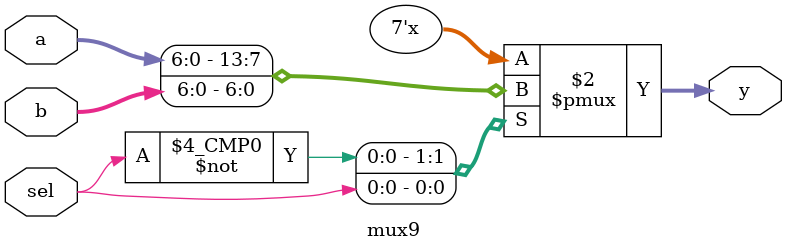
<source format=v>

module mux9 (input [6:0] a, b,
            input sel,
            output reg [6:0] y);

    always @(*) begin
        case(sel)
            0: y = a;
            1: y = b;
        endcase
    end
    
endmodule
</source>
